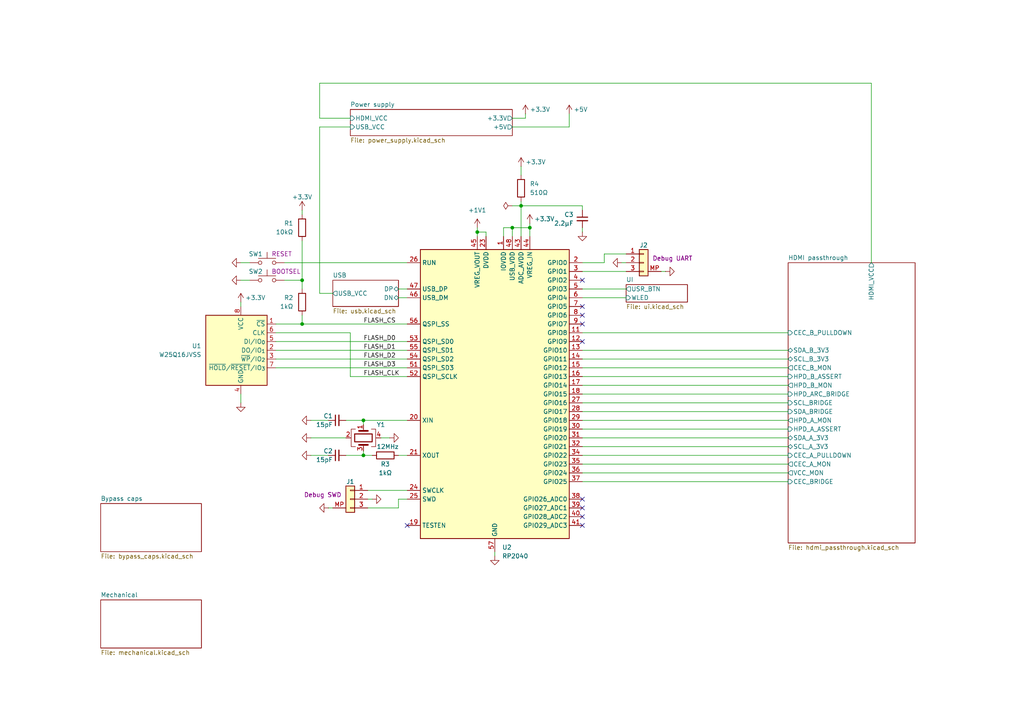
<source format=kicad_sch>
(kicad_sch (version 20250114) (generator "eeschema") (generator_version "9.0")
  (paper "A4")
  (lib_symbols
    (symbol "Device:C_Small" (pin_numbers (hide yes)) (pin_names (offset 0.254) (hide yes))
      (property "Reference" "C" (at 0.254 1.778 0))
      (property "Value" "C_Small" (at 0.254 -2.032 0))
      (symbol "C_Small_0_1"
        (polyline (pts (xy -1.524 0.508) (xy 1.524 0.508)) (stroke (width 0.3048)))
        (polyline (pts (xy -1.524 -0.508) (xy 1.524 -0.508)) (stroke (width 0.3302)))
      )
      (symbol "C_Small_1_1"
        (pin passive line (at 0 2.54 270) (length 2.032) (name "~") (number "1"))
        (pin passive line (at 0 -2.54 90) (length 2.032) (name "~") (number "2"))
      )
    )
    (symbol "Device:Crystal_GND24" (pin_names (offset 1.016) (hide yes))
      (property "Reference" "Y" (at 3.175 5.08 0))
      (property "Value" "Crystal_GND24" (at 3.175 3.175 0))
      (symbol "Crystal_GND24_0_1"
        (polyline (pts (xy -2.54 2.286) (xy -2.54 3.556) (xy 2.54 3.556) (xy 2.54 2.286)))
        (polyline (pts (xy -2.54 0) (xy -2.032 0)))
        (polyline (pts (xy -2.54 -2.286) (xy -2.54 -3.556) (xy 2.54 -3.556) (xy 2.54 -2.286)))
        (polyline (pts (xy -2.032 -1.27) (xy -2.032 1.27)) (stroke (width 0.508)))
        (rectangle (start -1.143 2.54) (end 1.143 -2.54) (stroke (width 0.3048)))
        (polyline (pts (xy 0 3.556) (xy 0 3.81)))
        (polyline (pts (xy 0 -3.81) (xy 0 -3.556)))
        (polyline (pts (xy 2.032 0) (xy 2.54 0)))
        (polyline (pts (xy 2.032 -1.27) (xy 2.032 1.27)) (stroke (width 0.508)))
      )
      (symbol "Crystal_GND24_1_1"
        (pin passive line (at -3.81 0 0) (length 1.27) (name "1") (number "1"))
        (pin passive line (at 0 5.08 270) (length 1.27) (name "2") (number "2"))
        (pin passive line (at 0 -5.08 90) (length 1.27) (name "4") (number "4"))
        (pin passive line (at 3.81 0 180) (length 1.27) (name "3") (number "3"))
      )
    )
    (symbol "Device:R" (pin_numbers (hide yes)) (pin_names (offset 0))
      (property "Reference" "R" (at 2.032 0 90))
      (property "Value" "R" (at 0 0 90))
      (symbol "R_0_1"
        (rectangle (start -1.016 -2.54) (end 1.016 2.54) (stroke (width 0.254)))
      )
      (symbol "R_1_1"
        (pin passive line (at 0 3.81 270) (length 1.27) (name "~") (number "1"))
        (pin passive line (at 0 -3.81 90) (length 1.27) (name "~") (number "2"))
      )
    )
    (symbol "MCU_RaspberryPi:RP2040"
      (property "Reference" "U" (at 17.78 45.72 0))
      (property "Value" "RP2040" (at 17.78 43.18 0))
      (symbol "RP2040_0_1"
        (rectangle (start -21.59 41.91) (end 21.59 -41.91) (stroke (width 0.254)) (fill (type background)))
      )
      (symbol "RP2040_1_1"
        (pin input line (at -25.4 38.1 0) (length 3.81) (name "RUN") (number "26"))
        (pin bidirectional line (at -25.4 30.48 0) (length 3.81) (name "USB_DP") (number "47"))
        (pin bidirectional line (at -25.4 27.94 0) (length 3.81) (name "USB_DM") (number "46"))
        (pin bidirectional line (at -25.4 20.32 0) (length 3.81) (name "QSPI_SS") (number "56"))
        (pin bidirectional line (at -25.4 15.24 0) (length 3.81) (name "QSPI_SD0") (number "53"))
        (pin bidirectional line (at -25.4 12.7 0) (length 3.81) (name "QSPI_SD1") (number "55"))
        (pin bidirectional line (at -25.4 10.16 0) (length 3.81) (name "QSPI_SD2") (number "54"))
        (pin bidirectional line (at -25.4 7.62 0) (length 3.81) (name "QSPI_SD3") (number "51"))
        (pin output line (at -25.4 5.08 0) (length 3.81) (name "QSPI_SCLK") (number "52"))
        (pin input line (at -25.4 -7.62 0) (length 3.81) (name "XIN") (number "20"))
        (pin passive line (at -25.4 -17.78 0) (length 3.81) (name "XOUT") (number "21"))
        (pin input line (at -25.4 -27.94 0) (length 3.81) (name "SWCLK") (number "24"))
        (pin bidirectional line (at -25.4 -30.48 0) (length 3.81) (name "SWD") (number "25"))
        (pin input line (at -25.4 -38.1 0) (length 3.81) (name "TESTEN") (number "19"))
        (pin power_out line (at -5.08 45.72 270) (length 3.81) (name "VREG_VOUT") (number "45"))
        (pin power_in line (at -2.54 45.72 270) (length 3.81) (name "DVDD") (number "23"))
        (pin passive line (at -2.54 45.72 270) (length 3.81) (hide yes) (name "DVDD") (number "50"))
        (pin power_in line (at 0 -45.72 90) (length 3.81) (name "GND") (number "57"))
        (pin power_in line (at 2.54 45.72 270) (length 3.81) (name "IOVDD") (number "1"))
        (pin passive line (at 2.54 45.72 270) (length 3.81) (hide yes) (name "IOVDD") (number "10"))
        (pin passive line (at 2.54 45.72 270) (length 3.81) (hide yes) (name "IOVDD") (number "22"))
        (pin passive line (at 2.54 45.72 270) (length 3.81) (hide yes) (name "IOVDD") (number "33"))
        (pin passive line (at 2.54 45.72 270) (length 3.81) (hide yes) (name "IOVDD") (number "42"))
        (pin passive line (at 2.54 45.72 270) (length 3.81) (hide yes) (name "IOVDD") (number "49"))
        (pin power_in line (at 5.08 45.72 270) (length 3.81) (name "USB_VDD") (number "48"))
        (pin power_in line (at 7.62 45.72 270) (length 3.81) (name "ADC_AVDD") (number "43"))
        (pin power_in line (at 10.16 45.72 270) (length 3.81) (name "VREG_IN") (number "44"))
        (pin bidirectional line (at 25.4 38.1 180) (length 3.81) (name "GPIO0") (number "2"))
        (pin bidirectional line (at 25.4 35.56 180) (length 3.81) (name "GPIO1") (number "3"))
        (pin bidirectional line (at 25.4 33.02 180) (length 3.81) (name "GPIO2") (number "4"))
        (pin bidirectional line (at 25.4 30.48 180) (length 3.81) (name "GPIO3") (number "5"))
        (pin bidirectional line (at 25.4 27.94 180) (length 3.81) (name "GPIO4") (number "6"))
        (pin bidirectional line (at 25.4 25.4 180) (length 3.81) (name "GPIO5") (number "7"))
        (pin bidirectional line (at 25.4 22.86 180) (length 3.81) (name "GPIO6") (number "8"))
        (pin bidirectional line (at 25.4 20.32 180) (length 3.81) (name "GPIO7") (number "9"))
        (pin bidirectional line (at 25.4 17.78 180) (length 3.81) (name "GPIO8") (number "11"))
        (pin bidirectional line (at 25.4 15.24 180) (length 3.81) (name "GPIO9") (number "12"))
        (pin bidirectional line (at 25.4 12.7 180) (length 3.81) (name "GPIO10") (number "13"))
        (pin bidirectional line (at 25.4 10.16 180) (length 3.81) (name "GPIO11") (number "14"))
        (pin bidirectional line (at 25.4 7.62 180) (length 3.81) (name "GPIO12") (number "15"))
        (pin bidirectional line (at 25.4 5.08 180) (length 3.81) (name "GPIO13") (number "16"))
        (pin bidirectional line (at 25.4 2.54 180) (length 3.81) (name "GPIO14") (number "17"))
        (pin bidirectional line (at 25.4 0 180) (length 3.81) (name "GPIO15") (number "18"))
        (pin bidirectional line (at 25.4 -2.54 180) (length 3.81) (name "GPIO16") (number "27"))
        (pin bidirectional line (at 25.4 -5.08 180) (length 3.81) (name "GPIO17") (number "28"))
        (pin bidirectional line (at 25.4 -7.62 180) (length 3.81) (name "GPIO18") (number "29"))
        (pin bidirectional line (at 25.4 -10.16 180) (length 3.81) (name "GPIO19") (number "30"))
        (pin bidirectional line (at 25.4 -12.7 180) (length 3.81) (name "GPIO20") (number "31"))
        (pin bidirectional line (at 25.4 -15.24 180) (length 3.81) (name "GPIO21") (number "32"))
        (pin bidirectional line (at 25.4 -17.78 180) (length 3.81) (name "GPIO22") (number "34"))
        (pin bidirectional line (at 25.4 -20.32 180) (length 3.81) (name "GPIO23") (number "35"))
        (pin bidirectional line (at 25.4 -22.86 180) (length 3.81) (name "GPIO24") (number "36"))
        (pin bidirectional line (at 25.4 -25.4 180) (length 3.81) (name "GPIO25") (number "37"))
        (pin bidirectional line (at 25.4 -30.48 180) (length 3.81) (name "GPIO26_ADC0") (number "38"))
        (pin bidirectional line (at 25.4 -33.02 180) (length 3.81) (name "GPIO27_ADC1") (number "39"))
        (pin bidirectional line (at 25.4 -35.56 180) (length 3.81) (name "GPIO28_ADC2") (number "40"))
        (pin bidirectional line (at 25.4 -38.1 180) (length 3.81) (name "GPIO29_ADC3") (number "41"))
      )
    )
    (symbol "Memory_Flash:W25Q16JVSS"
      (property "Reference" "U" (at -6.35 11.43 0))
      (property "Value" "W25Q16JVSS" (at 7.62 11.43 0))
      (symbol "W25Q16JVSS_0_1"
        (rectangle (start -7.62 10.16) (end 10.16 -10.16) (stroke (width 0.254)) (fill (type background)))
      )
      (symbol "W25Q16JVSS_1_1"
        (pin input line (at -10.16 7.62 0) (length 2.54) (name "~{CS}") (number "1"))
        (pin input line (at -10.16 5.08 0) (length 2.54) (name "CLK") (number "6"))
        (pin bidirectional line (at -10.16 2.54 0) (length 2.54) (name "DI/IO_{0}") (number "5"))
        (pin bidirectional line (at -10.16 0 0) (length 2.54) (name "DO/IO_{1}") (number "2"))
        (pin bidirectional line (at -10.16 -2.54 0) (length 2.54) (name "~{WP}/IO_{2}") (number "3"))
        (pin bidirectional line (at -10.16 -5.08 0) (length 2.54) (name "~{HOLD}/~{RESET}/IO_{3}") (number "7"))
        (pin power_in line (at 0 12.7 270) (length 2.54) (name "VCC") (number "8"))
        (pin power_in line (at 0 -12.7 90) (length 2.54) (name "GND") (number "4"))
      )
    )
    (symbol "Switch:SW_Push" (pin_numbers (hide yes)) (pin_names (offset 1.016) (hide yes))
      (property "Reference" "SW" (at 1.27 2.54 0))
      (property "Value" "SW_Push" (at 0 -1.524 0))
      (symbol "SW_Push_0_1"
        (circle (center -2.032 0) (radius 0.508))
        (polyline (pts (xy 0 1.27) (xy 0 3.048)))
        (circle (center 2.032 0) (radius 0.508))
        (polyline (pts (xy 2.54 1.27) (xy -2.54 1.27)))
        (pin passive line (at -5.08 0 0) (length 2.54) (name "1") (number "1"))
        (pin passive line (at 5.08 0 180) (length 2.54) (name "2") (number "2"))
      )
    )
    (symbol "conn:Conn_01x03" (pin_names (offset 1.016) (hide yes))
      (property "Reference" "J" (at 0 5.08 0))
      (property "Value" "Conn_01x03_MP" (at 0 -5.08 0))
      (symbol "Conn_01x03_1_1"
        (rectangle (start -1.27 3.81) (end 1.27 -3.81) (stroke (width 0.254)) (fill (type background)))
        (rectangle (start -1.27 2.667) (end 0 2.413) (stroke (width 0.1524)))
        (rectangle (start -1.27 0.127) (end 0 -0.127) (stroke (width 0.1524)))
        (rectangle (start -1.27 -2.413) (end 0 -2.667) (stroke (width 0.1524)))
        (pin passive line (at -5.08 2.54 0) (length 3.81) (name "Pin_1") (number "1"))
        (pin passive line (at -5.08 0 0) (length 3.81) (name "Pin_2") (number "2"))
        (pin passive line (at -5.08 -2.54 0) (length 3.81) (name "Pin_3") (number "3"))
        (pin passive line (at 5.08 -2.54 180) (length 3.81) (name "MP") (number "MP"))
      )
    )
    (symbol "power:+1V1" (power) (pin_numbers (hide yes)) (pin_names (offset 0) (hide yes))
      (property "Value" "+1V1" (at 0 3.556 0))
      (symbol "+1V1_0_1"
        (polyline (pts (xy -0.762 1.27) (xy 0 2.54)))
        (polyline (pts (xy 0 2.54) (xy 0.762 1.27)))
        (polyline (pts (xy 0 0) (xy 0 2.54)))
      )
      (symbol "+1V1_1_1"
        (pin power_in line (at 0 0 90) (length 0) (name "~") (number "1"))
      )
    )
    (symbol "power:+3.3V" (power) (pin_numbers (hide yes)) (pin_names (offset 0) (hide yes))
      (property "Value" "+3.3V" (at 0 3.556 0))
      (symbol "+3.3V_0_1"
        (polyline (pts (xy -0.762 1.27) (xy 0 2.54)))
        (polyline (pts (xy 0 2.54) (xy 0.762 1.27)))
        (polyline (pts (xy 0 0) (xy 0 2.54)))
      )
      (symbol "+3.3V_1_1"
        (pin power_in line (at 0 0 90) (length 0) (name "~") (number "1"))
      )
    )
    (symbol "power:+5V" (power) (pin_numbers (hide yes)) (pin_names (offset 0) (hide yes))
      (property "Value" "+5V" (at 0 3.556 0))
      (symbol "+5V_0_1"
        (polyline (pts (xy -0.762 1.27) (xy 0 2.54)))
        (polyline (pts (xy 0 2.54) (xy 0.762 1.27)))
        (polyline (pts (xy 0 0) (xy 0 2.54)))
      )
      (symbol "+5V_1_1"
        (pin power_in line (at 0 0 90) (length 0) (name "~") (number "1"))
      )
    )
    (symbol "power:GND" (power) (pin_numbers (hide yes)) (pin_names (offset 0) (hide yes))
      (property "Value" "GND" (at 0 -3.81 0))
      (symbol "GND_0_1"
        (polyline (pts (xy 0 0) (xy 0 -1.27) (xy 1.27 -1.27) (xy 0 -2.54) (xy -1.27 -1.27) (xy 0 -1.27)))
      )
      (symbol "GND_1_1"
        (pin power_in line (at 0 0 270) (length 0) (name "~") (number "1"))
      )
    )
    (symbol "power:PWR_FLAG" (power) (pin_numbers (hide yes)) (pin_names (offset 0) (hide yes))
      (property "Value" "PWR_FLAG" (at 0 3.81 0))
      (symbol "PWR_FLAG_0_0"
        (pin power_out line (at 0 0 90) (length 0) (name "~") (number "1"))
      )
      (symbol "PWR_FLAG_0_1"
        (polyline (pts (xy 0 0) (xy 0 1.27) (xy -1.016 1.905) (xy 0 2.54) (xy 1.016 1.905) (xy 0 1.27)))
      )
    )
  )
  (junction (at 87.63 93.98))
  (junction (at 105.41 121.92))
  (junction (at 138.43 67.31))
  (junction (at 87.63 81.28))
  (junction (at 151.13 59.69))
  (junction (at 148.59 66.04))
  (junction (at 153.67 66.04))
  (junction (at 105.41 132.08))
  (no_connect (at 168.91 88.9))
  (no_connect (at 168.91 91.44))
  (no_connect (at 168.91 144.78))
  (no_connect (at 168.91 152.4))
  (no_connect (at 168.91 147.32))
  (no_connect (at 168.91 149.86))
  (no_connect (at 168.91 93.98))
  (no_connect (at 168.91 81.28))
  (no_connect (at 118.11 152.4))
  (no_connect (at 168.91 99.06))
  (wire (pts (xy 168.91 96.52) (xy 228.6 96.52)))
  (wire (pts (xy 80.01 99.06) (xy 118.11 99.06)))
  (wire (pts (xy 90.17 132.08) (xy 95.25 132.08)))
  (wire (pts (xy 252.73 76.2) (xy 252.73 24.13)))
  (wire (pts (xy 151.13 59.69) (xy 148.59 59.69)))
  (wire (pts (xy 115.57 83.82) (xy 118.11 83.82)))
  (wire (pts (xy 168.91 121.92) (xy 228.6 121.92)))
  (wire (pts (xy 92.71 24.13) (xy 92.71 34.29)))
  (wire (pts (xy 252.73 24.13) (xy 92.71 24.13)))
  (wire (pts (xy 175.26 76.2) (xy 175.26 73.66)))
  (wire (pts (xy 80.01 101.6) (xy 118.11 101.6)))
  (wire (pts (xy 105.41 132.08) (xy 107.95 132.08)))
  (wire (pts (xy 80.01 106.68) (xy 118.11 106.68)))
  (wire (pts (xy 151.13 48.26) (xy 151.13 50.8)))
  (wire (pts (xy 168.91 109.22) (xy 228.6 109.22)))
  (wire (pts (xy 168.91 60.96) (xy 168.91 59.69)))
  (wire (pts (xy 138.43 67.31) (xy 140.97 67.31)))
  (wire (pts (xy 80.01 96.52) (xy 101.6 96.52)))
  (wire (pts (xy 168.91 127) (xy 228.6 127)))
  (wire (pts (xy 140.97 67.31) (xy 140.97 68.58)))
  (wire (pts (xy 148.59 66.04) (xy 153.67 66.04)))
  (wire (pts (xy 168.91 119.38) (xy 228.6 119.38)))
  (wire (pts (xy 105.41 121.92) (xy 105.41 123.19)))
  (wire (pts (xy 191.77 78.74) (xy 193.04 78.74)))
  (wire (pts (xy 87.63 81.28) (xy 82.55 81.28)))
  (wire (pts (xy 168.91 78.74) (xy 181.61 78.74)))
  (wire (pts (xy 92.71 36.83) (xy 101.6 36.83)))
  (wire (pts (xy 168.91 111.76) (xy 228.6 111.76)))
  (wire (pts (xy 168.91 76.2) (xy 175.26 76.2)))
  (wire (pts (xy 168.91 132.08) (xy 228.6 132.08)))
  (wire (pts (xy 82.55 76.2) (xy 118.11 76.2)))
  (wire (pts (xy 100.33 121.92) (xy 105.41 121.92)))
  (wire (pts (xy 106.68 144.78) (xy 107.95 144.78)))
  (wire (pts (xy 101.6 109.22) (xy 118.11 109.22)))
  (wire (pts (xy 87.63 83.82) (xy 87.63 81.28)))
  (wire (pts (xy 96.52 85.09) (xy 92.71 85.09)))
  (wire (pts (xy 168.91 129.54) (xy 228.6 129.54)))
  (wire (pts (xy 115.57 147.32) (xy 115.57 144.78)))
  (wire (pts (xy 96.52 147.32) (xy 95.25 147.32)))
  (wire (pts (xy 87.63 91.44) (xy 87.63 93.98)))
  (wire (pts (xy 105.41 132.08) (xy 105.41 130.81)))
  (wire (pts (xy 148.59 66.04) (xy 146.05 66.04)))
  (wire (pts (xy 115.57 144.78) (xy 118.11 144.78)))
  (wire (pts (xy 181.61 73.66) (xy 175.26 73.66)))
  (wire (pts (xy 148.59 36.83) (xy 165.1 36.83)))
  (wire (pts (xy 181.61 76.2) (xy 180.34 76.2)))
  (wire (pts (xy 151.13 59.69) (xy 151.13 68.58)))
  (wire (pts (xy 168.91 86.36) (xy 181.61 86.36)))
  (wire (pts (xy 115.57 86.36) (xy 118.11 86.36)))
  (wire (pts (xy 69.85 81.28) (xy 72.39 81.28)))
  (wire (pts (xy 165.1 33.02) (xy 165.1 36.83)))
  (wire (pts (xy 80.01 104.14) (xy 118.11 104.14)))
  (wire (pts (xy 168.91 106.68) (xy 228.6 106.68)))
  (wire (pts (xy 168.91 139.7) (xy 228.6 139.7)))
  (wire (pts (xy 152.4 33.02) (xy 152.4 34.29)))
  (wire (pts (xy 106.68 142.24) (xy 118.11 142.24)))
  (wire (pts (xy 138.43 66.04) (xy 138.43 67.31)))
  (wire (pts (xy 90.17 127) (xy 100.33 127)))
  (wire (pts (xy 87.63 93.98) (xy 118.11 93.98)))
  (wire (pts (xy 151.13 58.42) (xy 151.13 59.69)))
  (wire (pts (xy 168.91 83.82) (xy 181.61 83.82)))
  (wire (pts (xy 87.63 60.96) (xy 87.63 62.23)))
  (wire (pts (xy 153.67 66.04) (xy 153.67 68.58)))
  (wire (pts (xy 69.85 87.63) (xy 69.85 88.9)))
  (wire (pts (xy 118.11 121.92) (xy 105.41 121.92)))
  (wire (pts (xy 152.4 34.29) (xy 148.59 34.29)))
  (wire (pts (xy 168.91 104.14) (xy 228.6 104.14)))
  (wire (pts (xy 168.91 59.69) (xy 151.13 59.69)))
  (wire (pts (xy 148.59 66.04) (xy 148.59 68.58)))
  (wire (pts (xy 168.91 66.04) (xy 168.91 67.31)))
  (wire (pts (xy 100.33 132.08) (xy 105.41 132.08)))
  (wire (pts (xy 168.91 124.46) (xy 228.6 124.46)))
  (wire (pts (xy 106.68 147.32) (xy 115.57 147.32)))
  (wire (pts (xy 92.71 36.83) (xy 92.71 85.09)))
  (wire (pts (xy 69.85 116.84) (xy 69.85 114.3)))
  (wire (pts (xy 146.05 66.04) (xy 146.05 68.58)))
  (wire (pts (xy 87.63 69.85) (xy 87.63 81.28)))
  (wire (pts (xy 168.91 114.3) (xy 228.6 114.3)))
  (wire (pts (xy 168.91 137.16) (xy 228.6 137.16)))
  (wire (pts (xy 90.17 121.92) (xy 95.25 121.92)))
  (wire (pts (xy 153.67 64.77) (xy 153.67 66.04)))
  (wire (pts (xy 138.43 67.31) (xy 138.43 68.58)))
  (wire (pts (xy 92.71 34.29) (xy 101.6 34.29)))
  (wire (pts (xy 113.03 127) (xy 110.49 127)))
  (wire (pts (xy 80.01 93.98) (xy 87.63 93.98)))
  (wire (pts (xy 115.57 132.08) (xy 118.11 132.08)))
  (wire (pts (xy 168.91 101.6) (xy 228.6 101.6)))
  (wire (pts (xy 168.91 134.62) (xy 228.6 134.62)))
  (wire (pts (xy 69.85 76.2) (xy 72.39 76.2)))
  (wire (pts (xy 143.51 160.02) (xy 143.51 161.29)))
  (wire (pts (xy 101.6 96.52) (xy 101.6 109.22)))
  (wire (pts (xy 168.91 116.84) (xy 228.6 116.84)))
  (label "FLASH_D3" (at 105.41 106.68 0))
  (label "FLASH_D0" (at 105.41 99.06 0))
  (label "FLASH_D1" (at 105.41 101.6 0))
  (label "FLASH_D2" (at 105.41 104.14 0))
  (label "FLASH_CLK" (at 105.41 109.22 0))
  (label "FLASH_CS" (at 105.41 93.98 0))
  (symbol (lib_id "Switch:SW_Push") (at 77.47 81.28 0) (unit 1)
    (property "Reference" "SW2" (at 76.2 78.74 0) (effects (justify right)))
    (property "Value" "SPST BTN" (effects (hide yes)))
    (property "Footprint" "Button_Switch_SMD:SW_Push_1P1T_XKB_TS-1187A" (effects (hide yes)))
    (property "Shop" "https://store.comet.bg/Catalogue/Product/2684/" (effects (hide yes)))
    (property "Purpose" "BOOTSEL" (at 78.74 78.74 0) (effects (justify left)))
    (property "LCSC" "C318884" (effects (hide yes)))
    (property "MPN" "TS-1187A-B-A-B" (effects (hide yes)))
  )
  (symbol (lib_id "power:GND") (at 168.91 67.31 0) (unit 1)
    (property "Reference" "#PWR018" (effects (hide yes)))
    (property "Value" "GND" (effects (hide yes)))
    (property "Description" "Power symbol creates a global label with name \"GND\" , ground" (effects (hide yes)))
  )
  (symbol (lib_id "power:+1V1") (at 138.43 66.04 0) (unit 1)
    (property "Reference" "#PWR012" (effects (hide yes)))
    (property "Value" "+1V1" (at 138.43 60.96 0))
    (property "Description" "Power symbol creates a global label with name \"+1V1\"" (effects (hide yes)))
  )
  (symbol (lib_id "Device:C_Small") (at 97.79 121.92 90) (unit 1)
    (property "Reference" "C1" (at 96.52 120.65 90) (effects (justify left)))
    (property "Value" "15pF" (at 96.52 123.19 90) (effects (justify left)))
    (property "Footprint" "Capacitor_SMD:C_0805_2012Metric" (effects (hide yes)))
    (property "Description" "Unpolarized capacitor, small symbol" (effects (hide yes)))
    (property "MPN" "C 15pF 50V 0805" (effects (hide yes)))
    (property "LCSC" "C107110" (effects (hide yes)))
  )
  (symbol (lib_id "power:GND") (at 69.85 81.28 270) (unit 1)
    (property "Reference" "#PWR02" (effects (hide yes)))
    (property "Value" "GND" (effects (hide yes)))
    (property "Description" "Power symbol creates a global label with name \"GND\" , ground" (effects (hide yes)))
  )
  (symbol (lib_id "power:GND") (at 107.95 144.78 90) (unit 1)
    (property "Reference" "#PWR010" (effects (hide yes)))
    (property "Value" "GND" (effects (hide yes)))
    (property "Description" "Power symbol creates a global label with name \"GND\" , ground" (effects (hide yes)))
  )
  (symbol (lib_id "Device:C_Small") (at 97.79 132.08 90) (unit 1)
    (property "Reference" "C2" (at 96.52 130.81 90) (effects (justify left)))
    (property "Value" "15pF" (at 96.52 133.35 90) (effects (justify left)))
    (property "Footprint" "Capacitor_SMD:C_0805_2012Metric" (effects (hide yes)))
    (property "Description" "Unpolarized capacitor, small symbol" (effects (hide yes)))
    (property "MPN" "C 15pF 50V 0805" (effects (hide yes)))
    (property "LCSC" "C107110" (effects (hide yes)))
  )
  (symbol (lib_id "power:+3.3V") (at 152.4 33.02 0) (unit 1)
    (property "Reference" "#PWR015" (effects (hide yes)))
    (property "Value" "+3.3V" (at 153.67 31.75 0) (effects (justify left)))
    (property "Description" "Power symbol creates a global label with name \"+3.3V\"" (effects (hide yes)))
  )
  (symbol (lib_id "power:GND") (at 180.34 76.2 270) (unit 1)
    (property "Reference" "#PWR019" (effects (hide yes)))
    (property "Value" "GND" (effects (hide yes)))
    (property "Description" "Power symbol creates a global label with name \"GND\" , ground" (effects (hide yes)))
  )
  (symbol (lib_id "power:GND") (at 95.25 147.32 270) (mirror x) (unit 1)
    (property "Reference" "#PWR09" (effects (hide yes)))
    (property "Value" "GND" (effects (hide yes)))
    (property "Description" "Power symbol creates a global label with name \"GND\" , ground" (effects (hide yes)))
  )
  (symbol (lib_id "Memory_Flash:W25Q16JVSS") (at 69.85 101.6 0) (mirror y) (unit 1)
    (property "Reference" "U1" (at 58.42 100.3299 0) (effects (justify left)))
    (property "Value" "W25Q16JVSS" (at 58.42 102.8699 0) (effects (justify left)))
    (property "Footprint" "Package_SO:SOIC-8_5.3x5.3mm_P1.27mm" (effects (hide yes)))
    (property "Datasheet" "https://www.winbond.com/hq/support/documentation/levelOne.jsp?__locale=en&DocNo=DA00-W25Q16JV.1" (effects (hide yes)))
    (property "Description" "16Mbit / 2MiB Serial Flash Memory, Standard/Dual/Quad SPI, 2.7-3.6V, SOIC-8 (208 mil)" (effects (hide yes)))
    (property "LCSC" "C131025" (effects (hide yes)))
    (property "MPN" "W25Q16JVSSIQ" (effects (hide yes)))
  )
  (symbol (lib_id "Switch:SW_Push") (at 77.47 76.2 0) (unit 1)
    (property "Reference" "SW1" (at 76.2 73.66 0) (effects (justify right)))
    (property "Value" "SPST BTN" (effects (hide yes)))
    (property "Footprint" "Button_Switch_SMD:SW_Push_1P1T_XKB_TS-1187A" (effects (hide yes)))
    (property "Shop" "https://store.comet.bg/Catalogue/Product/2684/" (effects (hide yes)))
    (property "Purpose" "RESET" (at 78.74 73.66 0) (effects (justify left)))
    (property "LCSC" "C318884" (effects (hide yes)))
    (property "MPN" "TS-1187A-B-A-B" (effects (hide yes)))
  )
  (symbol (lib_id "Device:R") (at 151.13 54.61 180) (unit 1)
    (property "Reference" "R4" (at 153.67 53.3399 0) (effects (justify right)))
    (property "Value" "510Ω" (at 153.67 55.8799 0) (effects (justify right)))
    (property "Footprint" "Resistor_SMD:R_0805_2012Metric" (effects (hide yes)))
    (property "Description" "Resistor" (effects (hide yes)))
    (property "MPN" "R 510Ω 125mW 0805" (effects (hide yes)))
    (property "LCSC" "C17734" (effects (hide yes)))
  )
  (symbol (lib_id "conn:Conn_01x03") (at 186.69 76.2 0) (unit 1)
    (property "Reference" "J2" (at 186.69 71.12 0))
    (property "Value" "BM03B-SRSS-TB" (effects (hide yes)))
    (property "Footprint" "Connector_JST:JST_SH_BM03B-SRSS-TB_1x03-1MP_P1.00mm_Vertical" (effects (hide yes)))
    (property "Description" "Generic connector, single row, 01x03, script generated (kicad-library-utils/schlib/autogen/connector/)" (effects (hide yes)))
    (property "MPN" "BM03B-SRSS-TB" (effects (hide yes)))
    (property "LCSC" "C160389" (effects (hide yes)))
    (property "Purpose" "Debug UART" (at 189.23 74.93 0) (effects (justify left)))
  )
  (symbol (lib_id "power:+3.3V") (at 153.67 64.77 0) (unit 1)
    (property "Reference" "#PWR016" (effects (hide yes)))
    (property "Value" "+3.3V" (at 154.94 63.5 0) (effects (justify left)))
    (property "Description" "Power symbol creates a global label with name \"+3.3V\"" (effects (hide yes)))
  )
  (symbol (lib_id "power:+3.3V") (at 151.13 48.26 0) (unit 1)
    (property "Reference" "#PWR014" (effects (hide yes)))
    (property "Value" "+3.3V" (at 152.4 46.99 0) (effects (justify left)))
    (property "Description" "Power symbol creates a global label with name \"+3.3V\"" (effects (hide yes)))
  )
  (symbol (lib_id "power:+5V") (at 165.1 33.02 0) (unit 1)
    (property "Reference" "#PWR017" (effects (hide yes)))
    (property "Value" "+5V" (at 166.37 31.75 0) (effects (justify left)))
    (property "Description" "Power symbol creates a global label with name \"+5V\"" (effects (hide yes)))
  )
  (symbol (lib_id "power:GND") (at 69.85 76.2 270) (unit 1)
    (property "Reference" "#PWR01" (effects (hide yes)))
    (property "Value" "GND" (effects (hide yes)))
    (property "Description" "Power symbol creates a global label with name \"GND\" , ground" (effects (hide yes)))
  )
  (symbol (lib_id "MCU_RaspberryPi:RP2040") (at 143.51 114.3 0) (unit 1)
    (property "Reference" "U2" (at 145.6533 158.75 0) (effects (justify left)))
    (property "Value" "RP2040" (at 145.6533 161.29 0) (effects (justify left)))
    (property "Footprint" "Package_DFN_QFN:QFN-56-1EP_7x7mm_P0.4mm_EP3.2x3.2mm" (effects (hide yes)))
    (property "Datasheet" "https://datasheets.raspberrypi.com/rp2040/rp2040-datasheet.pdf" (effects (hide yes)))
    (property "Description" "A microcontroller by Raspberry Pi" (effects (hide yes)))
    (property "MPN" "RP2040" (effects (hide yes)))
    (property "LCSC" "C2040" (effects (hide yes)))
  )
  (symbol (lib_id "power:GND") (at 193.04 78.74 90) (unit 1)
    (property "Reference" "#PWR020" (effects (hide yes)))
    (property "Value" "GND" (effects (hide yes)))
    (property "Description" "Power symbol creates a global label with name \"GND\" , ground" (effects (hide yes)))
  )
  (symbol (lib_id "Device:R") (at 111.76 132.08 90) (mirror x) (unit 1)
    (property "Reference" "R3" (at 111.76 134.62 90))
    (property "Value" "1kΩ" (at 111.76 137.16 90))
    (property "Footprint" "Resistor_SMD:R_0805_2012Metric" (effects (hide yes)))
    (property "Description" "Resistor" (effects (hide yes)))
    (property "LCSC" "C17513" (effects (hide yes)))
    (property "MPN" "R 1kΩ 125mW 0805" (effects (hide yes)))
  )
  (symbol (lib_id "power:PWR_FLAG") (at 148.59 59.69 90) (unit 1)
    (property "Reference" "#FLG01" (effects (hide yes)))
    (property "Value" "PWR_FLAG" (effects (hide yes)))
    (property "Description" "Special symbol for telling ERC where power comes from" (effects (hide yes)))
  )
  (symbol (lib_id "Device:Crystal_GND24") (at 105.41 127 90) (mirror x) (unit 1)
    (property "Reference" "Y1" (at 109.22 123.19 90) (effects (justify right)))
    (property "Value" "12MHz" (at 109.22 129.54 90) (effects (justify right)))
    (property "Footprint" "Crystal:Crystal_SMD_3225-4Pin_3.2x2.5mm" (effects (hide yes)))
    (property "Description" "Four pin crystal, GND on pins 2 and 4" (effects (hide yes)))
    (property "MPN" "X322512MSB4SI" (effects (hide yes)))
    (property "LCSC" "C9002" (effects (hide yes)))
  )
  (symbol (lib_id "power:GND") (at 90.17 121.92 270) (unit 1)
    (property "Reference" "#PWR06" (effects (hide yes)))
    (property "Value" "GND" (effects (hide yes)))
    (property "Description" "Power symbol creates a global label with name \"GND\" , ground" (effects (hide yes)))
  )
  (symbol (lib_id "power:+3.3V") (at 69.85 87.63 0) (unit 1)
    (property "Reference" "#PWR03" (effects (hide yes)))
    (property "Value" "+3.3V" (at 71.12 86.36 0) (effects (justify left)))
    (property "Description" "Power symbol creates a global label with name \"+3.3V\"" (effects (hide yes)))
  )
  (symbol (lib_id "power:GND") (at 113.03 127 90) (unit 1)
    (property "Reference" "#PWR011" (effects (hide yes)))
    (property "Value" "GND" (effects (hide yes)))
    (property "Description" "Power symbol creates a global label with name \"GND\" , ground" (effects (hide yes)))
  )
  (symbol (lib_id "power:GND") (at 90.17 127 270) (unit 1)
    (property "Reference" "#PWR07" (effects (hide yes)))
    (property "Value" "GND" (effects (hide yes)))
    (property "Description" "Power symbol creates a global label with name \"GND\" , ground" (effects (hide yes)))
  )
  (symbol (lib_id "power:GND") (at 143.51 161.29 0) (unit 1)
    (property "Reference" "#PWR013" (effects (hide yes)))
    (property "Value" "GND" (effects (hide yes)))
    (property "Description" "Power symbol creates a global label with name \"GND\" , ground" (effects (hide yes)))
  )
  (symbol (lib_id "Device:C_Small") (at 168.91 63.5 0) (mirror y) (unit 1)
    (property "Reference" "C3" (at 166.37 62.2362 0) (effects (justify left)))
    (property "Value" "2.2μF" (at 166.37 64.7762 0) (effects (justify left)))
    (property "Footprint" "Capacitor_SMD:C_0805_2012Metric" (effects (hide yes)))
    (property "Description" "Unpolarized capacitor, small symbol" (effects (hide yes)))
    (property "LCSC" "C377773" (effects (hide yes)))
    (property "MPN" "C 2.2μF 25V 0805" (effects (hide yes)))
  )
  (symbol (lib_id "power:+3.3V") (at 87.63 60.96 0) (unit 1)
    (property "Reference" "#PWR05" (effects (hide yes)))
    (property "Value" "+3.3V" (at 87.63 57.15 0))
    (property "Description" "Power symbol creates a global label with name \"+3.3V\"" (effects (hide yes)))
  )
  (symbol (lib_id "conn:Conn_01x03") (at 101.6 144.78 0) (mirror y) (unit 1)
    (property "Reference" "J1" (at 101.6 139.7 0))
    (property "Value" "BM03B-SRSS-TB" (effects (hide yes)))
    (property "Footprint" "Connector_JST:JST_SH_BM03B-SRSS-TB_1x03-1MP_P1.00mm_Vertical" (effects (hide yes)))
    (property "Description" "Generic connector, single row, 01x03, script generated (kicad-library-utils/schlib/autogen/connector/)" (effects (hide yes)))
    (property "MPN" "BM03B-SRSS-TB" (effects (hide yes)))
    (property "LCSC" "C160389" (effects (hide yes)))
    (property "Purpose" "Debug SWD" (at 99.06 143.51 0) (effects (justify left)))
  )
  (symbol (lib_id "Device:R") (at 87.63 87.63 0) (mirror y) (unit 1)
    (property "Reference" "R2" (at 85.09 86.3599 0) (effects (justify left)))
    (property "Value" "1kΩ" (at 85.09 88.8999 0) (effects (justify left)))
    (property "Footprint" "Resistor_SMD:R_0805_2012Metric" (effects (hide yes)))
    (property "Description" "Resistor" (effects (hide yes)))
    (property "LCSC" "C17513" (effects (hide yes)))
    (property "MPN" "R 1kΩ 125mW 0805" (effects (hide yes)))
  )
  (symbol (lib_id "power:GND") (at 69.85 116.84 0) (unit 1)
    (property "Reference" "#PWR04" (effects (hide yes)))
    (property "Value" "GND" (effects (hide yes)))
    (property "Description" "Power symbol creates a global label with name \"GND\" , ground" (effects (hide yes)))
  )
  (symbol (lib_id "power:GND") (at 90.17 132.08 270) (unit 1)
    (property "Reference" "#PWR08" (effects (hide yes)))
    (property "Value" "GND" (effects (hide yes)))
    (property "Description" "Power symbol creates a global label with name \"GND\" , ground" (effects (hide yes)))
  )
  (symbol (lib_id "Device:R") (at 87.63 66.04 0) (mirror y) (unit 1)
    (property "Reference" "R1" (at 85.09 64.7699 0) (effects (justify left)))
    (property "Value" "10kΩ" (at 85.09 67.3099 0) (effects (justify left)))
    (property "Footprint" "Resistor_SMD:R_0805_2012Metric" (effects (hide yes)))
    (property "Description" "Resistor" (effects (hide yes)))
    (property "LCSC" "C17414" (effects (hide yes)))
    (property "MPN" "R 10kΩ 125mW 0805" (effects (hide yes)))
  )
  (sheet (at 29.21 146.05) (size 29.21 13.97) (stroke (width 0.1524))
    (property "Sheetname" "Bypass caps" (at 29.21 145.3384 0) (effects (justify left bottom)))
    (property "Sheetfile" "bypass_caps.kicad_sch" (at 29.21 160.6046 0) (effects (justify left top)))
  )
  (sheet (at 96.52 81.28) (size 19.05 7.62) (stroke (width 0.1524))
    (property "Sheetname" "USB" (at 96.52 80.5684 0) (effects (justify left bottom)))
    (property "Sheetfile" "usb.kicad_sch" (at 96.52 89.4846 0) (effects (justify left top)))
    (pin "DN" bidirectional (at 115.57 86.36 0))
    (pin "DP" bidirectional (at 115.57 83.82 0))
    (pin "USB_VCC" output (at 96.52 85.09 180))
  )
  (sheet (at 228.6 76.2) (size 36.83 81.28) (stroke (width 0.1524))
    (property "Sheetname" "HDMI passthrough" (at 228.6 75.4884 0) (effects (justify left bottom)))
    (property "Sheetfile" "hdmi_passthrough.kicad_sch" (at 228.6 158.0646 0) (effects (justify left top)))
    (pin "CEC_BRIDGE" input (at 228.6 139.7 180))
    (pin "HDMI_VCC" output (at 252.73 76.2 90))
    (pin "HPD_ARC_BRIDGE" input (at 228.6 114.3 180))
    (pin "HPD_B_MON" output (at 228.6 111.76 180))
    (pin "HPD_A_ASSERT" input (at 228.6 124.46 180))
    (pin "SCL_BRIDGE" input (at 228.6 116.84 180))
    (pin "SCL_B_3V3" bidirectional (at 228.6 104.14 180))
    (pin "SCL_A_3V3" bidirectional (at 228.6 129.54 180))
    (pin "SDA_BRIDGE" input (at 228.6 119.38 180))
    (pin "SDA_B_3V3" bidirectional (at 228.6 101.6 180))
    (pin "SDA_A_3V3" bidirectional (at 228.6 127 180))
    (pin "VCC_MON" output (at 228.6 137.16 180))
    (pin "CEC_B_MON" output (at 228.6 106.68 180))
    (pin "CEC_B_PULLDOWN" input (at 228.6 96.52 180))
    (pin "CEC_A_MON" output (at 228.6 134.62 180))
    (pin "CEC_A_PULLDOWN" input (at 228.6 132.08 180))
    (pin "HPD_B_ASSERT" input (at 228.6 109.22 180))
    (pin "HPD_A_MON" output (at 228.6 121.92 180))
  )
  (sheet (at 101.6 31.75) (size 46.99 7.62) (stroke (width 0.1524))
    (property "Sheetname" "Power supply" (at 101.6 31.0384 0) (effects (justify left bottom)))
    (property "Sheetfile" "power_supply.kicad_sch" (at 101.6 39.9546 0) (effects (justify left top)))
    (pin "+3.3V" output (at 148.59 34.29 0))
    (pin "HDMI_VCC" input (at 101.6 34.29 180))
    (pin "USB_VCC" input (at 101.6 36.83 180))
    (pin "+5V" output (at 148.59 36.83 0))
  )
  (sheet (at 29.21 173.99) (size 29.21 13.97) (stroke (width 0.1524))
    (property "Sheetname" "Mechanical" (at 29.21 173.2784 0) (effects (justify left bottom)))
    (property "Sheetfile" "mechanical.kicad_sch" (at 29.21 188.5446 0) (effects (justify left top)))
  )
  (sheet (at 181.61 82.55) (size 17.78 5.08) (stroke (width 0.1524))
    (property "Sheetname" "UI" (at 181.61 81.8384 0) (effects (justify left bottom)))
    (property "Sheetfile" "ui.kicad_sch" (at 181.61 88.2146 0) (effects (justify left top)))
    (pin "USR_BTN" output (at 181.61 83.82 180))
    (pin "WLED" input (at 181.61 86.36 180))
  )
)
</source>
